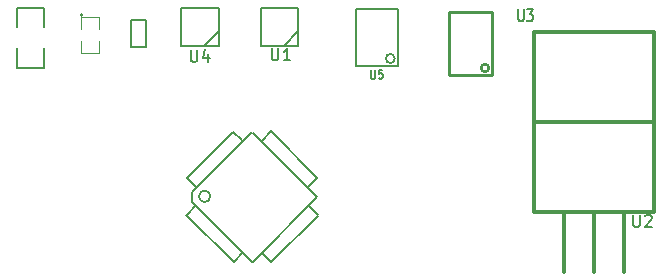
<source format=gto>
G04 (created by PCBNEW (2013-07-07 BZR 4022)-stable) date 1/29/2014 11:29:55 AM*
%MOIN*%
G04 Gerber Fmt 3.4, Leading zero omitted, Abs format*
%FSLAX34Y34*%
G01*
G70*
G90*
G04 APERTURE LIST*
%ADD10C,0.00590551*%
%ADD11C,0.006*%
%ADD12C,0.005*%
%ADD13C,0.0039*%
%ADD14C,0.008*%
%ADD15C,0.01*%
%ADD16C,0.012*%
%ADD17C,0.0075*%
%ADD18C,0.00625*%
%ADD19C,0.0063*%
G04 APERTURE END LIST*
G54D10*
G54D11*
X72270Y-51870D02*
X71952Y-52188D01*
X70729Y-50329D02*
X70418Y-50640D01*
X72270Y-51870D02*
X70729Y-50329D01*
X71980Y-52825D02*
X72284Y-53129D01*
X70425Y-54395D02*
X70722Y-54692D01*
X70715Y-54699D02*
X72292Y-53136D01*
X67922Y-51877D02*
X69449Y-50336D01*
X68105Y-52669D02*
X70107Y-54670D01*
X69463Y-50336D02*
X69753Y-50626D01*
X68113Y-52323D02*
X70078Y-50357D01*
X72270Y-52521D02*
X70121Y-50371D01*
X70114Y-54677D02*
X72235Y-52556D01*
X67907Y-53108D02*
X69477Y-54677D01*
X69477Y-54677D02*
X69795Y-54359D01*
X68101Y-52659D02*
X68101Y-52334D01*
X67909Y-53106D02*
X68228Y-52787D01*
X68240Y-52195D02*
X67920Y-51876D01*
X68701Y-52494D02*
G75*
G03X68701Y-52494I-188J0D01*
G74*
G01*
G54D12*
X62250Y-48200D02*
X63150Y-48200D01*
X63150Y-48200D02*
X63150Y-47550D01*
X62250Y-46850D02*
X62250Y-46200D01*
X62250Y-46200D02*
X63150Y-46200D01*
X63150Y-46200D02*
X63150Y-46850D01*
X62250Y-47550D02*
X62250Y-48200D01*
G54D13*
X64450Y-46450D02*
G75*
G03X64450Y-46450I-50J0D01*
G74*
G01*
X64400Y-46900D02*
X64400Y-46500D01*
X64400Y-46500D02*
X65000Y-46500D01*
X65000Y-46500D02*
X65000Y-46900D01*
X65000Y-47300D02*
X65000Y-47700D01*
X65000Y-47700D02*
X64400Y-47700D01*
X64400Y-47700D02*
X64400Y-47300D01*
G54D12*
X66550Y-46600D02*
X66550Y-47500D01*
X66550Y-47500D02*
X66050Y-47500D01*
X66050Y-47500D02*
X66050Y-46600D01*
X66050Y-46600D02*
X66550Y-46600D01*
G54D14*
X71625Y-46975D02*
X71150Y-47475D01*
X71625Y-47475D02*
X71625Y-46225D01*
X71625Y-46225D02*
X70375Y-46225D01*
X70375Y-46225D02*
X70375Y-47475D01*
X70375Y-47475D02*
X71625Y-47475D01*
G54D15*
X76650Y-48450D02*
X76650Y-46350D01*
X76650Y-46350D02*
X78100Y-46350D01*
X78100Y-46350D02*
X78100Y-48450D01*
X78100Y-48450D02*
X76650Y-48450D01*
X77984Y-48217D02*
G75*
G03X77984Y-48217I-128J0D01*
G74*
G01*
G54D16*
X80500Y-55000D02*
X80500Y-53000D01*
X81500Y-55000D02*
X81500Y-53000D01*
X82500Y-55000D02*
X82500Y-53000D01*
X83500Y-53000D02*
X83500Y-47000D01*
X83500Y-47000D02*
X79500Y-47000D01*
X79500Y-47000D02*
X79500Y-53000D01*
X79500Y-53000D02*
X83500Y-53000D01*
X83000Y-50000D02*
X79500Y-50000D01*
X83000Y-50000D02*
X83500Y-50000D01*
G54D14*
X68975Y-46975D02*
X68500Y-47475D01*
X68975Y-47475D02*
X68975Y-46225D01*
X68975Y-46225D02*
X67725Y-46225D01*
X67725Y-46225D02*
X67725Y-47475D01*
X67725Y-47475D02*
X68975Y-47475D01*
X73550Y-48150D02*
X73550Y-46250D01*
X73550Y-46250D02*
X74950Y-46250D01*
X74950Y-46250D02*
X74950Y-48150D01*
X74950Y-48150D02*
X73550Y-48150D01*
X74850Y-47900D02*
G75*
G03X74850Y-47900I-150J0D01*
G74*
G01*
G54D11*
X70749Y-47565D02*
X70749Y-47884D01*
X70768Y-47921D01*
X70787Y-47940D01*
X70824Y-47959D01*
X70899Y-47959D01*
X70937Y-47940D01*
X70956Y-47921D01*
X70974Y-47884D01*
X70974Y-47565D01*
X71368Y-47959D02*
X71143Y-47959D01*
X71256Y-47959D02*
X71256Y-47565D01*
X71218Y-47621D01*
X71181Y-47659D01*
X71143Y-47678D01*
G54D17*
X78971Y-46261D02*
X78971Y-46585D01*
X78985Y-46623D01*
X79000Y-46642D01*
X79028Y-46661D01*
X79085Y-46661D01*
X79114Y-46642D01*
X79128Y-46623D01*
X79142Y-46585D01*
X79142Y-46261D01*
X79257Y-46261D02*
X79442Y-46261D01*
X79342Y-46414D01*
X79385Y-46414D01*
X79414Y-46433D01*
X79428Y-46452D01*
X79442Y-46490D01*
X79442Y-46585D01*
X79428Y-46623D01*
X79414Y-46642D01*
X79385Y-46661D01*
X79300Y-46661D01*
X79271Y-46642D01*
X79257Y-46623D01*
G54D14*
X82795Y-53111D02*
X82795Y-53435D01*
X82814Y-53473D01*
X82833Y-53492D01*
X82871Y-53511D01*
X82947Y-53511D01*
X82985Y-53492D01*
X83004Y-53473D01*
X83023Y-53435D01*
X83023Y-53111D01*
X83195Y-53150D02*
X83214Y-53130D01*
X83252Y-53111D01*
X83347Y-53111D01*
X83385Y-53130D01*
X83404Y-53150D01*
X83423Y-53188D01*
X83423Y-53226D01*
X83404Y-53283D01*
X83176Y-53511D01*
X83423Y-53511D01*
G54D11*
X68049Y-47615D02*
X68049Y-47934D01*
X68068Y-47971D01*
X68087Y-47990D01*
X68124Y-48009D01*
X68199Y-48009D01*
X68237Y-47990D01*
X68256Y-47971D01*
X68274Y-47934D01*
X68274Y-47615D01*
X68631Y-47746D02*
X68631Y-48009D01*
X68537Y-47596D02*
X68443Y-47878D01*
X68687Y-47878D01*
G54D18*
X74059Y-48271D02*
X74059Y-48514D01*
X74071Y-48542D01*
X74083Y-48557D01*
X74107Y-48571D01*
X74154Y-48571D01*
X74178Y-48557D01*
X74190Y-48542D01*
X74202Y-48514D01*
X74202Y-48271D01*
X74440Y-48271D02*
X74321Y-48271D01*
X74309Y-48414D01*
X74321Y-48400D01*
X74345Y-48385D01*
X74404Y-48385D01*
X74428Y-48400D01*
X74440Y-48414D01*
X74452Y-48442D01*
X74452Y-48514D01*
X74440Y-48542D01*
X74428Y-48557D01*
X74404Y-48571D01*
X74345Y-48571D01*
X74321Y-48557D01*
X74309Y-48542D01*
G54D19*
M02*

</source>
